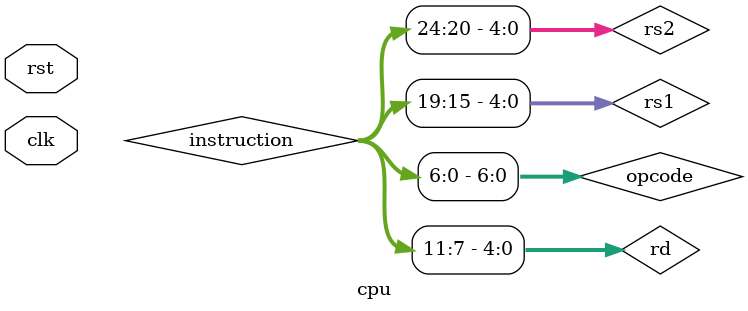
<source format=v>
`timescale 1ns / 1ps

module cpu(
    input clk, //clock input
    input rst //reset input
);

    // Instruction Fetch
    wire [31:0] pc; //program counter
    wire [31:0] instruction; //current instruction

    // Instruction Decode
    wire [6:0] opcode;
    wire [4:0] rs1, rs2, rd; //register addresses
    wire [2:0] funct3;
    wire [6:0] funct7;
    wire [31:0] imm; //immediate value

    // Control Signals
    wire reg_write, alu_src, mem_write, mem_read, mem_to_reg, branch;
    wire [1:0] alu_op, imm_sel;
    wire jump;
    wire [3:0] alu_control_sig;

    // Datapath
    wire [31:0] rdata1, rdata2, wdata;
    wire [31:0] alu_result, alu_b, mem_rdata;
    wire alu_zero;

    // Program Counter Control
    wire pc_src;
    wire [31:0] pc_plus_4;
    wire [31:0] branch_target;
    wire [31:0] next_pc;

    // Module Instantiations
    pcRegister pc_reg_inst(.clk(clk), .rst(rst), .next_pc(next_pc), .pc(pc));

    instructionMemory imem(.addr(pc), .data(instruction));

//instruction field opcode
    assign opcode = instruction[6:0];
    assign rd = instruction[11:7];
    assign funct3 = instruction[14:12];
    assign rs1 = instruction[19:15];
    assign rs2 = instruction[24:20];
    assign funct7 = instruction[31:25];

//main control unit
    controlUnit control(
        .opcode(opcode),
        .funct3(funct3),
        .funct7(funct7),
        .reg_write(reg_write),
        .alu_src(alu_src),
        .mem_write(mem_write),
        .mem_read(mem_read),
        .mem_to_reg(mem_to_reg),
        .branch(branch),
        .alu_op(alu_op),
        .imm_sel(imm_sel),
        .jump(jump)
    );
//ALU control
    aluControl alu_ctrl(
        .alu_op(alu_op),
        .funct3(funct3),
        .funct7(funct7),
        .aluControl(alu_control_sig)
    );
//immediate generator
    immediateGen imm_gen(
        .instruction(instruction),
        .imm_sel(imm_sel),
        .imm(imm)
    );

    regfile regfile_inst(
        .clk(clk),
        .rst(rst),
        .rs1(rs1),
        .rs2(rs2),
        .rd(rd),
        .wdata(wdata),
        .we(reg_write),
        .rdata1(rdata1),
        .rdata2(rdata2)
    );
//ALU input B multiplexer
    assign alu_b = alu_src ? imm : rdata2;
//arithmetic logic unit
    alu alu_inst(
        .a(rdata1),
        .b(alu_b),
        .alu_control(alu_control_sig),
        .result(alu_result),
        .zero(alu_zero)
    );
//data memory
    dataMemory dmem(
        .clk(clk),
        .addr(alu_result),
        .wdata(rdata2),
        .we(mem_write),
        .re(mem_read),
        .rdata(mem_rdata)
    );

    assign wdata = mem_to_reg ? mem_rdata : alu_result;

    // Next PC Calculation
    assign pc_src = branch & alu_zero;
    assign pc_plus_4 = pc + 4;
    assign branch_target = pc + imm;
    assign next_pc = jump ? branch_target : (pc_src ? branch_target : pc_plus_4);

endmodule

</source>
